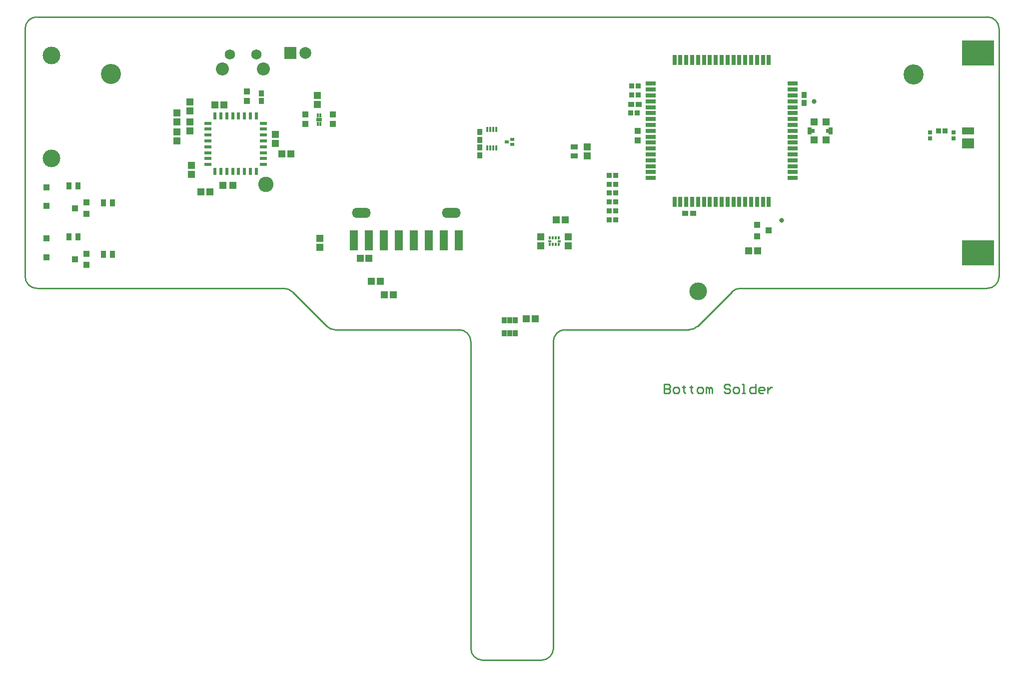
<source format=gbs>
G04 Layer_Color=16711935*
%FSLAX43Y43*%
%MOMM*%
G71*
G01*
G75*
%ADD45C,0.254*%
%ADD96R,0.953X0.903*%
%ADD97R,1.223X1.223*%
%ADD99R,1.103X0.903*%
%ADD101C,0.813*%
%ADD102C,3.000*%
%ADD103R,0.903X1.203*%
%ADD106R,1.223X1.223*%
%ADD110R,0.903X1.103*%
%ADD111R,1.003X1.003*%
%ADD128O,3.203X1.703*%
%ADD129R,2.003X2.003*%
%ADD130C,2.003*%
%ADD132C,2.203*%
%ADD133C,3.403*%
%ADD134R,1.016X1.016*%
%ADD135R,1.303X1.203*%
%ADD136R,0.553X1.203*%
%ADD137R,1.203X0.553*%
%ADD138R,0.723X0.563*%
%ADD139R,0.723X0.473*%
%ADD140R,0.400X0.900*%
%ADD141R,0.840X1.140*%
%ADD142R,0.490X0.390*%
%ADD143R,0.390X0.490*%
%ADD144R,1.803X0.803*%
%ADD145R,0.803X1.803*%
%ADD146R,1.473X3.378*%
%ADD147R,0.703X0.703*%
%ADD148R,0.728X1.203*%
%ADD149R,1.203X1.203*%
%ADD150R,0.803X0.704*%
%ADD151R,1.103X1.003*%
%ADD152R,1.203X0.903*%
%ADD153R,5.403X4.203*%
%ADD154R,2.003X1.203*%
%ADD155R,2.003X1.703*%
%ADD156R,0.390X0.640*%
%ADD157R,0.453X0.453*%
%ADD158C,2.602*%
%ADD159C,1.727*%
G36*
X-32259Y86919D02*
X-32248Y86917D01*
X-32238Y86913D01*
X-32229Y86907D01*
X-32220Y86900D01*
X-32213Y86891D01*
X-32207Y86882D01*
X-32203Y86872D01*
X-32201Y86861D01*
X-32200Y86850D01*
Y86350D01*
X-32201Y86339D01*
X-32203Y86328D01*
X-32207Y86318D01*
X-32213Y86309D01*
X-32220Y86300D01*
X-32229Y86293D01*
X-32238Y86287D01*
X-32248Y86283D01*
X-32259Y86281D01*
X-32270Y86280D01*
X-33130D01*
X-33141Y86281D01*
X-33152Y86283D01*
X-33162Y86287D01*
X-33171Y86293D01*
X-33180Y86300D01*
X-33187Y86309D01*
X-33193Y86318D01*
X-33197Y86328D01*
X-33199Y86339D01*
X-33200Y86350D01*
Y86850D01*
X-33199Y86861D01*
X-33197Y86872D01*
X-33193Y86882D01*
X-33187Y86891D01*
X-33180Y86900D01*
X-33171Y86907D01*
X-33162Y86913D01*
X-33152Y86917D01*
X-33141Y86919D01*
X-33130Y86920D01*
X-32270D01*
X-32259Y86919D01*
D02*
G37*
D45*
X25800Y41724D02*
Y40200D01*
X26562D01*
X26816Y40454D01*
Y40708D01*
X26562Y40962D01*
X25800D01*
X26562D01*
X26816Y41216D01*
Y41470D01*
X26562Y41724D01*
X25800D01*
X27577Y40200D02*
X28085D01*
X28339Y40454D01*
Y40962D01*
X28085Y41216D01*
X27577D01*
X27324Y40962D01*
Y40454D01*
X27577Y40200D01*
X29101Y41470D02*
Y41216D01*
X28847D01*
X29355D01*
X29101D01*
Y40454D01*
X29355Y40200D01*
X30371Y41470D02*
Y41216D01*
X30117D01*
X30624D01*
X30371D01*
Y40454D01*
X30624Y40200D01*
X31640D02*
X32148D01*
X32402Y40454D01*
Y40962D01*
X32148Y41216D01*
X31640D01*
X31386Y40962D01*
Y40454D01*
X31640Y40200D01*
X32910D02*
Y41216D01*
X33164D01*
X33418Y40962D01*
Y40200D01*
Y40962D01*
X33671Y41216D01*
X33925Y40962D01*
Y40200D01*
X36972Y41470D02*
X36718Y41724D01*
X36211D01*
X35957Y41470D01*
Y41216D01*
X36211Y40962D01*
X36718D01*
X36972Y40708D01*
Y40454D01*
X36718Y40200D01*
X36211D01*
X35957Y40454D01*
X37734Y40200D02*
X38242D01*
X38496Y40454D01*
Y40962D01*
X38242Y41216D01*
X37734D01*
X37480Y40962D01*
Y40454D01*
X37734Y40200D01*
X39004D02*
X39512D01*
X39258D01*
Y41724D01*
X39004D01*
X41289D02*
Y40200D01*
X40527D01*
X40273Y40454D01*
Y40962D01*
X40527Y41216D01*
X41289D01*
X42559Y40200D02*
X42051D01*
X41797Y40454D01*
Y40962D01*
X42051Y41216D01*
X42559D01*
X42812Y40962D01*
Y40708D01*
X41797D01*
X43320Y41216D02*
Y40200D01*
Y40708D01*
X43574Y40962D01*
X43828Y41216D01*
X44082D01*
X5000Y-5000D02*
G03*
X7000Y-3000I0J2000D01*
G01*
X-7000D02*
G03*
X-5000Y-5000I2000J0D01*
G01*
X-7000Y49000D02*
G03*
X-9000Y51000I-2000J0D01*
G01*
X-31414Y51586D02*
G03*
X-30000Y51000I1414J1414D01*
G01*
X-37243Y57414D02*
G03*
X-38657Y58000I-1414J-1414D01*
G01*
X-82500Y60000D02*
G03*
X-80500Y58000I2000J0D01*
G01*
Y104000D02*
G03*
X-82500Y102000I0J-2000D01*
G01*
X82500D02*
G03*
X80500Y104000I-2000J0D01*
G01*
Y58000D02*
G03*
X82500Y60000I0J2000D01*
G01*
X38657Y58000D02*
G03*
X37243Y57414I0J-2000D01*
G01*
X30000Y51000D02*
G03*
X31414Y51586I0J2000D01*
G01*
X9000Y51000D02*
G03*
X7000Y49000I0J-2000D01*
G01*
X7000Y-3000D02*
Y49000D01*
X-5000Y-5000D02*
X5000D01*
X-7000Y-3000D02*
Y49000D01*
X-30000Y51000D02*
X-9000D01*
X-37243Y57414D02*
X-31414Y51586D01*
X-80500Y58000D02*
X-38657D01*
X-82500Y60000D02*
Y102000D01*
X-80500Y104000D02*
X80500D01*
X82500Y60000D02*
Y102000D01*
X38657Y58000D02*
X80500D01*
X31414Y51586D02*
X37243Y57414D01*
X9000Y51000D02*
X30000D01*
D96*
X17575Y71150D02*
D03*
X16425D02*
D03*
X17575Y72650D02*
D03*
X16425D02*
D03*
X73375Y84700D02*
D03*
X72225D02*
D03*
X17575Y74150D02*
D03*
X16425D02*
D03*
X17575Y69650D02*
D03*
X16425D02*
D03*
X17575Y75660D02*
D03*
X16425D02*
D03*
X17575Y77160D02*
D03*
X16425D02*
D03*
X20063Y87694D02*
D03*
X21213D02*
D03*
X20225Y90800D02*
D03*
X21375D02*
D03*
X20225Y92300D02*
D03*
X21375D02*
D03*
D97*
X-52718Y74316D02*
D03*
X-51198D02*
D03*
X-48803Y89107D02*
D03*
X-50323D02*
D03*
X-38991Y80765D02*
D03*
X-37471D02*
D03*
X2424Y52831D02*
D03*
X3944D02*
D03*
X-23825Y59199D02*
D03*
X-22305D02*
D03*
X-21611Y56939D02*
D03*
X-20091D02*
D03*
X-24235Y63083D02*
D03*
X-25755D02*
D03*
X40040Y64400D02*
D03*
X41560D02*
D03*
X8998Y69593D02*
D03*
X7478D02*
D03*
D99*
X29350Y70714D02*
D03*
X30650D02*
D03*
X20175Y89200D02*
D03*
X21475D02*
D03*
D101*
X45625Y69553D02*
D03*
X51200Y89700D02*
D03*
D102*
X31500Y57500D02*
D03*
X-78000Y80000D02*
D03*
X-78000Y97500D02*
D03*
D103*
X-69250Y72500D02*
D03*
X-67750D02*
D03*
X-69250Y63800D02*
D03*
X-67750D02*
D03*
X-73550Y66700D02*
D03*
X-75050D02*
D03*
X-73550Y75400D02*
D03*
X-75050D02*
D03*
D106*
X-54339Y77288D02*
D03*
Y78808D02*
D03*
X-54589Y88067D02*
D03*
Y89587D02*
D03*
Y84724D02*
D03*
Y86244D02*
D03*
X-56804Y86229D02*
D03*
Y87749D02*
D03*
X-56790Y82983D02*
D03*
Y84503D02*
D03*
X-40126Y82591D02*
D03*
Y84111D02*
D03*
X-32546Y64947D02*
D03*
Y66467D02*
D03*
X9484Y65222D02*
D03*
Y66742D02*
D03*
X12700Y81960D02*
D03*
Y80440D02*
D03*
X-33000Y89140D02*
D03*
Y90660D02*
D03*
X4811Y65186D02*
D03*
Y66706D02*
D03*
D110*
X-42481Y89730D02*
D03*
Y91030D02*
D03*
X-5460Y84491D02*
D03*
Y83191D02*
D03*
X-5447Y81849D02*
D03*
Y80549D02*
D03*
X49500Y89450D02*
D03*
Y90750D02*
D03*
D111*
X-44967Y89746D02*
D03*
Y91346D02*
D03*
X21250Y84700D02*
D03*
Y83100D02*
D03*
X-35000Y85900D02*
D03*
Y87500D02*
D03*
X-30400Y85900D02*
D03*
Y87500D02*
D03*
D128*
X-25516Y70836D02*
D03*
X-10276D02*
D03*
D129*
X-37540Y97900D02*
D03*
D130*
X-35040D02*
D03*
D132*
X-49100Y95150D02*
D03*
X-42100D02*
D03*
D133*
X-68000Y94300D02*
D03*
X68000Y94285D02*
D03*
D134*
X-78900Y71974D02*
D03*
Y75148D02*
D03*
Y63274D02*
D03*
Y66448D02*
D03*
D135*
X-48963Y75457D02*
D03*
X-47263D02*
D03*
D136*
X-50331Y77789D02*
D03*
X-49331D02*
D03*
X-48331D02*
D03*
X-47331D02*
D03*
X-46331D02*
D03*
X-45331D02*
D03*
X-44331D02*
D03*
X-43331D02*
D03*
X-50331Y87189D02*
D03*
X-49331D02*
D03*
X-48331D02*
D03*
X-47331D02*
D03*
X-46331D02*
D03*
X-45331D02*
D03*
X-44331D02*
D03*
X-43331D02*
D03*
D137*
X-51531Y78989D02*
D03*
Y79989D02*
D03*
Y80989D02*
D03*
Y81989D02*
D03*
Y82989D02*
D03*
Y83989D02*
D03*
Y84989D02*
D03*
Y85989D02*
D03*
X-42131Y78989D02*
D03*
Y79989D02*
D03*
Y80989D02*
D03*
Y81989D02*
D03*
Y82989D02*
D03*
Y83989D02*
D03*
Y84989D02*
D03*
Y85989D02*
D03*
D138*
X-943Y82805D02*
D03*
D139*
X57Y83205D02*
D03*
Y82405D02*
D03*
D140*
X-4182Y81816D02*
D03*
X-3682D02*
D03*
X-3182D02*
D03*
X-2682D02*
D03*
Y84916D02*
D03*
X-3182D02*
D03*
X-3682D02*
D03*
X-4182D02*
D03*
D141*
X-1342Y50355D02*
D03*
Y52555D02*
D03*
X-392D02*
D03*
X558D02*
D03*
Y50355D02*
D03*
X-392D02*
D03*
D142*
X7966Y65981D02*
D03*
X6346D02*
D03*
D143*
X6906Y65421D02*
D03*
Y66541D02*
D03*
X7906D02*
D03*
X7406D02*
D03*
X6406D02*
D03*
Y65421D02*
D03*
X7906D02*
D03*
X7406D02*
D03*
D144*
X47500Y76700D02*
D03*
Y77700D02*
D03*
Y78700D02*
D03*
Y79700D02*
D03*
Y80700D02*
D03*
Y81700D02*
D03*
Y82700D02*
D03*
Y83700D02*
D03*
Y84700D02*
D03*
Y85700D02*
D03*
Y86700D02*
D03*
Y87700D02*
D03*
Y88700D02*
D03*
Y89700D02*
D03*
Y90700D02*
D03*
Y91700D02*
D03*
Y92700D02*
D03*
X23500Y92700D02*
D03*
Y91700D02*
D03*
Y90700D02*
D03*
Y89700D02*
D03*
Y88700D02*
D03*
Y87700D02*
D03*
Y86700D02*
D03*
Y85700D02*
D03*
Y84700D02*
D03*
Y83700D02*
D03*
Y82700D02*
D03*
Y81700D02*
D03*
Y80700D02*
D03*
Y79700D02*
D03*
Y78700D02*
D03*
Y77700D02*
D03*
Y76700D02*
D03*
D145*
X43500Y96700D02*
D03*
X42500D02*
D03*
X41500D02*
D03*
X40500D02*
D03*
X39500D02*
D03*
X38500D02*
D03*
X37500D02*
D03*
X36500D02*
D03*
X35500D02*
D03*
X34500D02*
D03*
X33500D02*
D03*
X32500D02*
D03*
X31500D02*
D03*
X30500D02*
D03*
X29500D02*
D03*
X28500D02*
D03*
X27500D02*
D03*
X27500Y72700D02*
D03*
X28500D02*
D03*
X29500D02*
D03*
X30500D02*
D03*
X31500D02*
D03*
X32500D02*
D03*
X33500D02*
D03*
X34500D02*
D03*
X35500D02*
D03*
X36500D02*
D03*
X37500D02*
D03*
X38500D02*
D03*
X39500D02*
D03*
X40500D02*
D03*
X41500D02*
D03*
X42500D02*
D03*
X43500D02*
D03*
D146*
X-26786Y66136D02*
D03*
X-24246Y66136D02*
D03*
X-21706Y66136D02*
D03*
X-19166Y66136D02*
D03*
X-16626Y66136D02*
D03*
X-14086Y66136D02*
D03*
X-9006D02*
D03*
X-11546Y66136D02*
D03*
D147*
X53500Y84700D02*
D03*
X50900D02*
D03*
D148*
X53975D02*
D03*
X50425D02*
D03*
D149*
X51200Y86200D02*
D03*
X53200D02*
D03*
X51200Y83200D02*
D03*
X53200D02*
D03*
D150*
X70800Y84400D02*
D03*
Y83400D02*
D03*
X74800Y84400D02*
D03*
Y83400D02*
D03*
D151*
X41500Y66850D02*
D03*
Y68750D02*
D03*
X43500Y67800D02*
D03*
X-72100Y63850D02*
D03*
Y61950D02*
D03*
X-74100Y62900D02*
D03*
X-72100Y72550D02*
D03*
Y70650D02*
D03*
X-74100Y71600D02*
D03*
D152*
X10500Y81950D02*
D03*
Y80450D02*
D03*
D153*
X78900Y64000D02*
D03*
Y97900D02*
D03*
D154*
X77200Y84650D02*
D03*
D155*
X77250Y82600D02*
D03*
D156*
X-32950Y85900D02*
D03*
Y87300D02*
D03*
X-32450D02*
D03*
Y85900D02*
D03*
D157*
X-32700Y86600D02*
D03*
D158*
X-41700Y75600D02*
D03*
D159*
X-43350Y97650D02*
D03*
X-47850D02*
D03*
M02*

</source>
